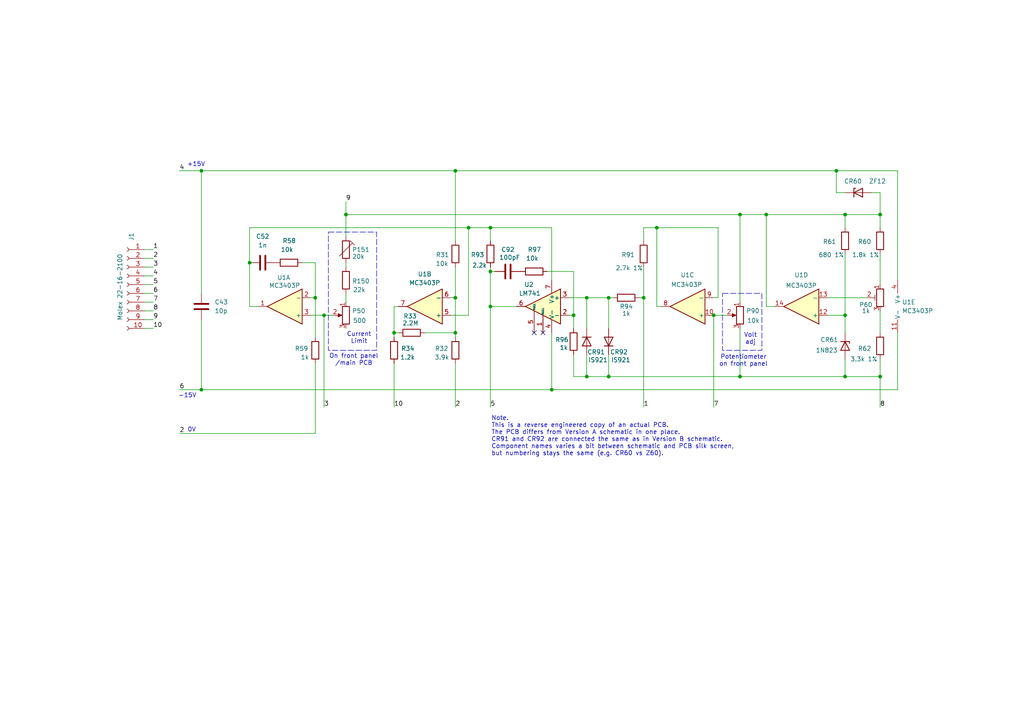
<source format=kicad_sch>
(kicad_sch (version 20231120) (generator "eeschema") (generator_version "8.0")
  (paper "A4")
  (title_block (title "Oltronix LABPAC B602D regulator PCB") (rev "0.1") (comment 1 "Oltronix LABPAC B602D regulator PCB"))
  (lib_symbols
    (symbol "Amplifier_Operational:LM741" (pin_names (offset 0.127))
      (property "Reference" "U" (at 0 6.35 0))
      (property "Value" "LM741" (at 0 3.81 0))
      (symbol "LM741_0_1"
        (polyline (pts (xy -5.08 5.08) (xy 5.08 0) (xy -5.08 -5.08) (xy -5.08 5.08)) (stroke (width 0.254)) (fill (type background)))
      )
      (symbol "LM741_1_1"
        (pin input line (at 0 -7.62 90) (length 5.08) (name "NULL") (number "1"))
        (pin input line (at -7.62 -2.54 0) (length 2.54) (name "-") (number "2"))
        (pin input line (at -7.62 2.54 0) (length 2.54) (name "+") (number "3"))
        (pin power_in line (at -2.54 -7.62 90) (length 3.81) (name "V-") (number "4"))
        (pin input line (at 2.54 -7.62 90) (length 6.35) (name "NULL") (number "5"))
        (pin output line (at 7.62 0 180) (length 2.54) (name "~") (number "6"))
        (pin power_in line (at -2.54 7.62 270) (length 3.81) (name "V+") (number "7"))
        (pin no_connect line (at 0 2.54 270) (length 2.54) hide (name "NC") (number "8"))
      )
    )
    (symbol "Amplifier_Operational:TL074" (pin_names (offset 0.127))
      (property "Reference" "U" (at 0 5.08 0))
      (property "Value" "TL074" (at 0 -5.08 0))
      (symbol "TL074_1_1"
        (polyline (pts (xy -5.08 5.08) (xy 5.08 0) (xy -5.08 -5.08) (xy -5.08 5.08)) (stroke (width 0.254)) (fill (type background)))
        (pin output line (at 7.62 0 180) (length 2.54) (name "~") (number "1"))
        (pin input line (at -7.62 -2.54 0) (length 2.54) (name "-") (number "2"))
        (pin input line (at -7.62 2.54 0) (length 2.54) (name "+") (number "3"))
      )
      (symbol "TL074_2_1"
        (polyline (pts (xy -5.08 5.08) (xy 5.08 0) (xy -5.08 -5.08) (xy -5.08 5.08)) (stroke (width 0.254)) (fill (type background)))
        (pin input line (at -7.62 2.54 0) (length 2.54) (name "+") (number "5"))
        (pin input line (at -7.62 -2.54 0) (length 2.54) (name "-") (number "6"))
        (pin output line (at 7.62 0 180) (length 2.54) (name "~") (number "7"))
      )
      (symbol "TL074_3_1"
        (polyline (pts (xy -5.08 5.08) (xy 5.08 0) (xy -5.08 -5.08) (xy -5.08 5.08)) (stroke (width 0.254)) (fill (type background)))
        (pin input line (at -7.62 2.54 0) (length 2.54) (name "+") (number "10"))
        (pin output line (at 7.62 0 180) (length 2.54) (name "~") (number "8"))
        (pin input line (at -7.62 -2.54 0) (length 2.54) (name "-") (number "9"))
      )
      (symbol "TL074_4_1"
        (polyline (pts (xy -5.08 5.08) (xy 5.08 0) (xy -5.08 -5.08) (xy -5.08 5.08)) (stroke (width 0.254)) (fill (type background)))
        (pin input line (at -7.62 2.54 0) (length 2.54) (name "+") (number "12"))
        (pin input line (at -7.62 -2.54 0) (length 2.54) (name "-") (number "13"))
        (pin output line (at 7.62 0 180) (length 2.54) (name "~") (number "14"))
      )
      (symbol "TL074_5_1"
        (pin power_in line (at -2.54 -7.62 90) (length 3.81) (name "V-") (number "11"))
        (pin power_in line (at -2.54 7.62 270) (length 3.81) (name "V+") (number "4"))
      )
    )
    (symbol "Connector:Conn_01x10_Socket" (pin_names (offset 1.016) hide)
      (property "Reference" "J" (at 0 12.7 0))
      (property "Value" "Conn_01x10_Socket" (at 0 -15.24 0))
      (symbol "Conn_01x10_Socket_1_1"
        (arc (start 0 -12.192) (mid -0.5058 -12.7) (end 0 -13.208) (stroke (width 0.1524)))
        (arc (start 0 -9.652) (mid -0.5058 -10.16) (end 0 -10.668) (stroke (width 0.1524)))
        (arc (start 0 -7.112) (mid -0.5058 -7.62) (end 0 -8.128) (stroke (width 0.1524)))
        (arc (start 0 -4.572) (mid -0.5058 -5.08) (end 0 -5.588) (stroke (width 0.1524)))
        (arc (start 0 -2.032) (mid -0.5058 -2.54) (end 0 -3.048) (stroke (width 0.1524)))
        (polyline (pts (xy -1.27 -12.7) (xy -0.508 -12.7)) (stroke (width 0.1524)))
        (polyline (pts (xy -1.27 -10.16) (xy -0.508 -10.16)) (stroke (width 0.1524)))
        (polyline (pts (xy -1.27 -7.62) (xy -0.508 -7.62)) (stroke (width 0.1524)))
        (polyline (pts (xy -1.27 -5.08) (xy -0.508 -5.08)) (stroke (width 0.1524)))
        (polyline (pts (xy -1.27 -2.54) (xy -0.508 -2.54)) (stroke (width 0.1524)))
        (polyline (pts (xy -1.27 0) (xy -0.508 0)) (stroke (width 0.1524)))
        (polyline (pts (xy -1.27 2.54) (xy -0.508 2.54)) (stroke (width 0.1524)))
        (polyline (pts (xy -1.27 5.08) (xy -0.508 5.08)) (stroke (width 0.1524)))
        (polyline (pts (xy -1.27 7.62) (xy -0.508 7.62)) (stroke (width 0.1524)))
        (polyline (pts (xy -1.27 10.16) (xy -0.508 10.16)) (stroke (width 0.1524)))
        (arc (start 0 0.508) (mid -0.5058 0) (end 0 -0.508) (stroke (width 0.1524)))
        (arc (start 0 3.048) (mid -0.5058 2.54) (end 0 2.032) (stroke (width 0.1524)))
        (arc (start 0 5.588) (mid -0.5058 5.08) (end 0 4.572) (stroke (width 0.1524)))
        (arc (start 0 8.128) (mid -0.5058 7.62) (end 0 7.112) (stroke (width 0.1524)))
        (arc (start 0 10.668) (mid -0.5058 10.16) (end 0 9.652) (stroke (width 0.1524)))
        (pin passive line (at -5.08 10.16 0) (length 3.81) (name "Pin_1") (number "1"))
        (pin passive line (at -5.08 -12.7 0) (length 3.81) (name "Pin_10") (number "10"))
        (pin passive line (at -5.08 7.62 0) (length 3.81) (name "Pin_2") (number "2"))
        (pin passive line (at -5.08 5.08 0) (length 3.81) (name "Pin_3") (number "3"))
        (pin passive line (at -5.08 2.54 0) (length 3.81) (name "Pin_4") (number "4"))
        (pin passive line (at -5.08 0 0) (length 3.81) (name "Pin_5") (number "5"))
        (pin passive line (at -5.08 -2.54 0) (length 3.81) (name "Pin_6") (number "6"))
        (pin passive line (at -5.08 -5.08 0) (length 3.81) (name "Pin_7") (number "7"))
        (pin passive line (at -5.08 -7.62 0) (length 3.81) (name "Pin_8") (number "8"))
        (pin passive line (at -5.08 -10.16 0) (length 3.81) (name "Pin_9") (number "9"))
      )
    )
    (symbol "Device:C" (pin_numbers hide) (pin_names (offset 0.254))
      (property "Reference" "C" (at 0.635 2.54 0))
      (property "Value" "C" (at 0.635 -2.54 0))
      (symbol "C_0_1"
        (polyline (pts (xy -2.032 -0.762) (xy 2.032 -0.762)) (stroke (width 0.508)))
        (polyline (pts (xy -2.032 0.762) (xy 2.032 0.762)) (stroke (width 0.508)))
      )
      (symbol "C_1_1"
        (pin passive line (at 0 3.81 270) (length 2.794) (name "~") (number "1"))
        (pin passive line (at 0 -3.81 90) (length 2.794) (name "~") (number "2"))
      )
    )
    (symbol "Device:D_Zener" (pin_numbers hide) (pin_names (offset 1.016) hide)
      (property "Reference" "D" (at 0 2.54 0))
      (property "Value" "D_Zener" (at 0 -2.54 0))
      (symbol "D_Zener_0_1"
        (polyline (pts (xy 1.27 0) (xy -1.27 0)))
        (polyline (pts (xy -1.27 -1.27) (xy -1.27 1.27) (xy -0.762 1.27)) (stroke (width 0.254)))
        (polyline (pts (xy 1.27 -1.27) (xy 1.27 1.27) (xy -1.27 0) (xy 1.27 -1.27)) (stroke (width 0.254)))
      )
      (symbol "D_Zener_1_1"
        (pin passive line (at -3.81 0 0) (length 2.54) (name "K") (number "1"))
        (pin passive line (at 3.81 0 180) (length 2.54) (name "A") (number "2"))
      )
    )
    (symbol "Device:R" (pin_numbers hide) (pin_names (offset 0))
      (property "Reference" "R" (at 2.032 0 90))
      (property "Value" "R" (at 0 0 90))
      (symbol "R_0_1"
        (rectangle (start -1.016 -2.54) (end 1.016 2.54) (stroke (width 0.254)))
      )
      (symbol "R_1_1"
        (pin passive line (at 0 3.81 270) (length 1.27) (name "~") (number "1"))
        (pin passive line (at 0 -3.81 90) (length 1.27) (name "~") (number "2"))
      )
    )
    (symbol "Device:R_Potentiometer" (pin_names (offset 1.016) hide)
      (property "Reference" "RV" (at -4.445 0 90))
      (property "Value" "R_Potentiometer" (at -2.54 0 90))
      (symbol "R_Potentiometer_0_1"
        (polyline (pts (xy 2.54 0) (xy 1.524 0)))
        (polyline (pts (xy 1.143 0) (xy 2.286 0.508) (xy 2.286 -0.508) (xy 1.143 0)) (fill (type outline)))
        (rectangle (start 1.016 2.54) (end -1.016 -2.54) (stroke (width 0.254)))
      )
      (symbol "R_Potentiometer_1_1"
        (pin passive line (at 0 3.81 270) (length 1.27) (name "1") (number "1"))
        (pin passive line (at 3.81 0 180) (length 1.27) (name "2") (number "2"))
        (pin passive line (at 0 -3.81 90) (length 1.27) (name "3") (number "3"))
      )
    )
    (symbol "Device:R_Potentiometer_Trim" (pin_names (offset 1.016) hide)
      (property "Reference" "RV" (at -4.445 0 90))
      (property "Value" "R_Potentiometer_Trim" (at -2.54 0 90))
      (symbol "R_Potentiometer_Trim_0_1"
        (polyline (pts (xy 1.524 0.762) (xy 1.524 -0.762)))
        (polyline (pts (xy 2.54 0) (xy 1.524 0)))
        (rectangle (start 1.016 2.54) (end -1.016 -2.54) (stroke (width 0.254)))
      )
      (symbol "R_Potentiometer_Trim_1_1"
        (pin passive line (at 0 3.81 270) (length 1.27) (name "1") (number "1"))
        (pin passive line (at 3.81 0 180) (length 1.27) (name "2") (number "2"))
        (pin passive line (at 0 -3.81 90) (length 1.27) (name "3") (number "3"))
      )
    )
    (symbol "Device:R_Trim" (pin_numbers hide) (pin_names (offset 0))
      (property "Reference" "R" (at 2.54 -2.54 90))
      (property "Value" "R_Trim" (at -2.54 -0.635 90))
      (symbol "R_Trim_0_1"
        (rectangle (start -1.016 -2.54) (end 1.016 2.54) (stroke (width 0.254)))
        (polyline (pts (xy -1.905 -1.905) (xy 1.905 1.905) (xy 2.54 1.27) (xy 1.27 2.54)))
      )
      (symbol "R_Trim_1_1"
        (pin passive line (at 0 3.81 270) (length 1.27) (name "~") (number "1"))
        (pin passive line (at 0 -3.81 90) (length 1.27) (name "~") (number "2"))
      )
    )
    (symbol "Diode:1N4148" (pin_numbers hide) (pin_names hide)
      (property "Reference" "D" (at 0 2.54 0))
      (property "Value" "1N4148" (at 0 -2.54 0))
      (symbol "1N4148_0_1"
        (polyline (pts (xy -1.27 1.27) (xy -1.27 -1.27)) (stroke (width 0.254)))
        (polyline (pts (xy 1.27 0) (xy -1.27 0)))
        (polyline (pts (xy 1.27 1.27) (xy 1.27 -1.27) (xy -1.27 0) (xy 1.27 1.27)) (stroke (width 0.254)))
      )
      (symbol "1N4148_1_1"
        (pin passive line (at -3.81 0 0) (length 2.54) (name "K") (number "1"))
        (pin passive line (at 3.81 0 180) (length 2.54) (name "A") (number "2"))
      )
    )
  )
  (junction (at 176.53 109.22))
  (junction (at 176.53 86.36))
  (junction (at 242.57 49.53))
  (junction (at 245.11 91.44))
  (junction (at 132.08 49.53))
  (junction (at 132.08 96.52))
  (junction (at 255.27 62.23))
  (junction (at 114.3 96.52))
  (junction (at 142.24 78.74))
  (junction (at 214.63 62.23))
  (junction (at 142.24 88.9))
  (junction (at 100.33 62.23))
  (junction (at 214.63 109.22))
  (junction (at 245.11 62.23))
  (junction (at 170.18 109.22))
  (junction (at 166.37 91.44))
  (junction (at 170.18 86.36))
  (junction (at 160.02 113.03))
  (junction (at 132.08 86.36))
  (junction (at 58.42 49.53))
  (junction (at 255.27 109.22))
  (junction (at 186.69 86.36))
  (junction (at 222.25 62.23))
  (junction (at 135.89 66.04))
  (junction (at 190.5 66.04))
  (junction (at 72.39 76.2))
  (junction (at 245.11 109.22))
  (junction (at 142.24 66.04))
  (junction (at 207.01 91.44))
  (junction (at 91.44 86.36))
  (junction (at 58.42 113.03))
  (junction (at 93.98 91.44))
  (no_connect (at 154.94 96.52))
  (no_connect (at 157.48 96.52))
  (wire (pts (xy 41.91 72.39) (xy 44.45 72.39)))
  (wire (pts (xy 132.08 86.36) (xy 130.81 86.36)))
  (wire (pts (xy 208.28 86.36) (xy 208.28 66.04)))
  (wire (pts (xy 87.63 76.2) (xy 91.44 76.2)))
  (wire (pts (xy 245.11 55.88) (xy 242.57 55.88)))
  (wire (pts (xy 58.42 92.71) (xy 58.42 113.03)))
  (wire (pts (xy 255.27 66.04) (xy 255.27 62.23)))
  (wire (pts (xy 100.33 62.23) (xy 100.33 68.58)))
  (wire (pts (xy 165.1 86.36) (xy 170.18 86.36)))
  (wire (pts (xy 255.27 104.14) (xy 255.27 109.22)))
  (wire (pts (xy 41.91 82.55) (xy 44.45 82.55)))
  (wire (pts (xy 132.08 96.52) (xy 132.08 97.79)))
  (wire (pts (xy 214.63 95.25) (xy 214.63 109.22)))
  (wire (pts (xy 214.63 62.23) (xy 222.25 62.23)))
  (wire (pts (xy 130.81 91.44) (xy 135.89 91.44)))
  (wire (pts (xy 176.53 86.36) (xy 177.8 86.36)))
  (wire (pts (xy 132.08 77.47) (xy 132.08 86.36)))
  (wire (pts (xy 41.91 85.09) (xy 44.45 85.09)))
  (wire (pts (xy 132.08 49.53) (xy 132.08 69.85)))
  (wire (pts (xy 166.37 78.74) (xy 166.37 91.44)))
  (wire (pts (xy 207.01 91.44) (xy 210.82 91.44)))
  (wire (pts (xy 52.07 125.73) (xy 91.44 125.73)))
  (wire (pts (xy 44.45 95.25) (xy 41.91 95.25)))
  (wire (pts (xy 214.63 87.63) (xy 214.63 62.23)))
  (wire (pts (xy 52.07 113.03) (xy 58.42 113.03)))
  (wire (pts (xy 242.57 49.53) (xy 132.08 49.53)))
  (wire (pts (xy 41.91 80.01) (xy 44.45 80.01)))
  (wire (pts (xy 115.57 96.52) (xy 114.3 96.52)))
  (wire (pts (xy 245.11 66.04) (xy 245.11 62.23)))
  (wire (pts (xy 166.37 109.22) (xy 170.18 109.22)))
  (wire (pts (xy 142.24 66.04) (xy 142.24 69.85)))
  (wire (pts (xy 114.3 97.79) (xy 114.3 96.52)))
  (wire (pts (xy 255.27 96.52) (xy 255.27 90.17)))
  (wire (pts (xy 142.24 77.47) (xy 142.24 78.74)))
  (wire (pts (xy 185.42 86.36) (xy 186.69 86.36)))
  (wire (pts (xy 255.27 109.22) (xy 255.27 118.11)))
  (wire (pts (xy 72.39 66.04) (xy 135.89 66.04)))
  (wire (pts (xy 170.18 86.36) (xy 176.53 86.36)))
  (wire (pts (xy 222.25 88.9) (xy 222.25 62.23)))
  (wire (pts (xy 91.44 105.41) (xy 91.44 125.73)))
  (wire (pts (xy 260.35 96.52) (xy 260.35 113.03)))
  (wire (pts (xy 245.11 96.52) (xy 245.11 91.44)))
  (wire (pts (xy 176.53 102.87) (xy 176.53 109.22)))
  (wire (pts (xy 132.08 86.36) (xy 132.08 96.52)))
  (wire (pts (xy 91.44 76.2) (xy 91.44 86.36)))
  (wire (pts (xy 240.03 86.36) (xy 251.46 86.36)))
  (wire (pts (xy 222.25 88.9) (xy 224.79 88.9)))
  (wire (pts (xy 91.44 97.79) (xy 91.44 86.36)))
  (wire (pts (xy 72.39 76.2) (xy 72.39 66.04)))
  (wire (pts (xy 142.24 88.9) (xy 142.24 118.11)))
  (wire (pts (xy 190.5 66.04) (xy 190.5 88.9)))
  (wire (pts (xy 186.69 86.36) (xy 186.69 118.11)))
  (wire (pts (xy 166.37 91.44) (xy 166.37 95.25)))
  (wire (pts (xy 142.24 66.04) (xy 160.02 66.04)))
  (wire (pts (xy 166.37 102.87) (xy 166.37 109.22)))
  (wire (pts (xy 245.11 109.22) (xy 255.27 109.22)))
  (wire (pts (xy 41.91 74.93) (xy 44.45 74.93)))
  (wire (pts (xy 245.11 91.44) (xy 240.03 91.44)))
  (wire (pts (xy 100.33 62.23) (xy 214.63 62.23)))
  (wire (pts (xy 132.08 49.53) (xy 58.42 49.53)))
  (wire (pts (xy 245.11 62.23) (xy 255.27 62.23)))
  (wire (pts (xy 100.33 76.2) (xy 100.33 77.47)))
  (wire (pts (xy 245.11 104.14) (xy 245.11 109.22)))
  (wire (pts (xy 255.27 73.66) (xy 255.27 82.55)))
  (wire (pts (xy 41.91 87.63) (xy 44.45 87.63)))
  (wire (pts (xy 114.3 96.52) (xy 114.3 88.9)))
  (wire (pts (xy 242.57 55.88) (xy 242.57 49.53)))
  (wire (pts (xy 207.01 91.44) (xy 207.01 118.11)))
  (wire (pts (xy 245.11 73.66) (xy 245.11 91.44)))
  (wire (pts (xy 100.33 85.09) (xy 100.33 87.63)))
  (wire (pts (xy 41.91 77.47) (xy 44.45 77.47)))
  (wire (pts (xy 100.33 58.42) (xy 100.33 62.23)))
  (wire (pts (xy 176.53 109.22) (xy 214.63 109.22)))
  (wire (pts (xy 41.91 90.17) (xy 44.45 90.17)))
  (wire (pts (xy 135.89 66.04) (xy 142.24 66.04)))
  (wire (pts (xy 207.01 86.36) (xy 208.28 86.36)))
  (wire (pts (xy 58.42 113.03) (xy 160.02 113.03)))
  (wire (pts (xy 166.37 78.74) (xy 158.75 78.74)))
  (wire (pts (xy 160.02 113.03) (xy 260.35 113.03)))
  (wire (pts (xy 160.02 66.04) (xy 160.02 81.28)))
  (wire (pts (xy 142.24 78.74) (xy 142.24 88.9)))
  (wire (pts (xy 91.44 86.36) (xy 90.17 86.36)))
  (wire (pts (xy 170.18 102.87) (xy 170.18 109.22)))
  (wire (pts (xy 170.18 109.22) (xy 176.53 109.22)))
  (wire (pts (xy 58.42 49.53) (xy 58.42 85.09)))
  (wire (pts (xy 72.39 88.9) (xy 72.39 76.2)))
  (wire (pts (xy 186.69 66.04) (xy 190.5 66.04)))
  (wire (pts (xy 74.93 88.9) (xy 72.39 88.9)))
  (wire (pts (xy 90.17 91.44) (xy 93.98 91.44)))
  (wire (pts (xy 114.3 88.9) (xy 115.57 88.9)))
  (wire (pts (xy 255.27 55.88) (xy 252.73 55.88)))
  (wire (pts (xy 93.98 91.44) (xy 96.52 91.44)))
  (wire (pts (xy 114.3 105.41) (xy 114.3 118.11)))
  (wire (pts (xy 52.07 49.53) (xy 58.42 49.53)))
  (wire (pts (xy 176.53 86.36) (xy 176.53 95.25)))
  (wire (pts (xy 214.63 109.22) (xy 245.11 109.22)))
  (wire (pts (xy 255.27 62.23) (xy 255.27 55.88)))
  (wire (pts (xy 165.1 91.44) (xy 166.37 91.44)))
  (wire (pts (xy 135.89 91.44) (xy 135.89 66.04)))
  (wire (pts (xy 142.24 78.74) (xy 143.51 78.74)))
  (wire (pts (xy 260.35 49.53) (xy 242.57 49.53)))
  (wire (pts (xy 260.35 81.28) (xy 260.35 49.53)))
  (wire (pts (xy 190.5 88.9) (xy 191.77 88.9)))
  (wire (pts (xy 222.25 62.23) (xy 245.11 62.23)))
  (wire (pts (xy 93.98 118.11) (xy 93.98 91.44)))
  (wire (pts (xy 186.69 77.47) (xy 186.69 86.36)))
  (wire (pts (xy 186.69 69.85) (xy 186.69 66.04)))
  (wire (pts (xy 160.02 96.52) (xy 160.02 113.03)))
  (wire (pts (xy 41.91 92.71) (xy 44.45 92.71)))
  (wire (pts (xy 142.24 88.9) (xy 149.86 88.9)))
  (wire (pts (xy 208.28 66.04) (xy 190.5 66.04)))
  (wire (pts (xy 170.18 86.36) (xy 170.18 95.25)))
  (wire (pts (xy 123.19 96.52) (xy 132.08 96.52)))
  (wire (pts (xy 132.08 105.41) (xy 132.08 118.11)))
  (rectangle (start 95.25 67.31) (end 109.22 101.6) (stroke (width 0) (type dash)))
  (rectangle (start 209.55 85.09) (end 220.98 101.6) (stroke (width 0) (type dash)))
  (text "Current\nLimit" (at 104.14 98.044 0) (effects (font (size 1.27 1.27))))
  (text "0V" (at 55.626 124.714 0) (effects (font (size 1.27 1.27))))
  (text "-15V" (at 54.356 114.808 0) (effects (font (size 1.27 1.27))))
  (text "Potentiometer\non front panel" (at 215.646 104.648 0) (effects (font (size 1.27 1.27))))
  (text "+15V" (at 56.896 47.752 0) (effects (font (size 1.27 1.27))))
  (text "Note. \nThis is a reverse engineered copy of an actual PCB.\nThe PCB differs from Version A schematic in one place.\nCR91 and CR92 are connected the same as in Version B schematic.\nComponent names varies a bit between schematic and PCB silk screen,\nbut numbering stays the same (e.g. CR60 vs Z60)." (at 142.494 126.492 0) (effects (font (size 1.27 1.27)) (justify left)))
  (text "On front panel\n/main PCB" (at 102.616 104.394 0) (effects (font (size 1.27 1.27))))
  (text "Volt\nadj" (at 217.678 98.298 0) (effects (font (size 1.27 1.27))))
  (label "7" (at 44.45 87.63 0))
  (label "5" (at 44.45 82.55 0))
  (label "6" (at 52.07 113.03 0))
  (label "10" (at 44.45 95.25 0))
  (label "4" (at 44.45 80.01 0))
  (label "3" (at 44.45 77.47 0))
  (label "2" (at 52.07 125.73 0))
  (label "9" (at 44.45 92.71 0))
  (label "7" (at 207.01 118.11 0))
  (label "4" (at 52.07 49.53 0))
  (label "2" (at 132.08 118.11 0))
  (label "6" (at 44.45 85.09 0))
  (label "2" (at 44.45 74.93 0))
  (label "1" (at 186.69 118.11 0))
  (label "1" (at 44.45 72.39 0))
  (label "9" (at 100.33 58.42 0))
  (label "5" (at 142.24 118.11 0))
  (label "10" (at 114.3 118.11 0))
  (label "3" (at 93.98 118.11 0))
  (label "8" (at 255.27 118.11 0))
  (label "8" (at 44.45 90.17 0))
  (symbol (lib_id "Device:R") (at 132.08 101.6 0) (mirror y) (unit 1)
    (property "Reference" "R32" (at 130.048 101.092 0) (effects (justify left)))
    (property "Value" "3.9k" (at 130.302 103.632 0) (effects (justify left)))
    (property "Footprint" "Resistor_THT:R_Axial_DIN0207_L6.3mm_D2.5mm_P10.16mm_Horizontal" (effects (hide yes)))
    (property "Description" "Resistor" (effects (hide yes)))
  )
  (symbol (lib_id "Device:R") (at 166.37 99.06 0) (mirror x) (unit 1)
    (property "Reference" "R96" (at 161.036 98.552 0) (effects (justify left)))
    (property "Value" "1k" (at 162.306 100.838 0) (effects (justify left)))
    (property "Footprint" "Resistor_THT:R_Axial_DIN0207_L6.3mm_D2.5mm_P7.62mm_Horizontal" (effects (hide yes)))
    (property "Description" "Resistor" (effects (hide yes)))
  )
  (symbol (lib_id "Amplifier_Operational:TL074") (at 262.89 88.9 0) (unit 5)
    (property "Reference" "U1" (at 261.62 87.6299 0) (effects (justify left)))
    (property "Value" "MC3403P" (at 261.62 90.1699 0) (effects (justify left)))
    (property "Footprint" "Package_DIP:DIP-14_W7.62mm_Socket" (effects (hide yes)))
    (property "Datasheet" "http://www.ti.com/lit/ds/symlink/tl071.pdf" (effects (hide yes)))
    (property "Description" "Quad Low-Noise JFET-Input Operational Amplifiers, DIP-14/SOIC-14" (effects (hide yes)))
  )
  (symbol (lib_id "Device:C") (at 76.2 76.2 90) (unit 1)
    (property "Reference" "C52" (at 76.2 68.58 90))
    (property "Value" "1n" (at 76.2 71.12 90))
    (property "Footprint" "Capacitor_THT:C_Disc_D7.0mm_W2.5mm_P5.00mm" (effects (hide yes)))
    (property "Description" "Unpolarized capacitor" (effects (hide yes)))
  )
  (symbol (lib_id "Device:D_Zener") (at 248.92 55.88 0) (unit 1)
    (property "Reference" "CR60" (at 247.396 52.578 0))
    (property "Value" "ZF12" (at 254.508 52.578 0))
    (property "Footprint" "Diode_THT:D_DO-35_SOD27_P12.70mm_Horizontal" (effects (hide yes)))
    (property "Description" "Zener diode" (effects (hide yes)))
  )
  (symbol (lib_id "Amplifier_Operational:TL074") (at 199.39 88.9 180) (unit 3)
    (property "Reference" "U1" (at 199.39 79.756 0))
    (property "Value" "MC3403P" (at 199.136 82.55 0))
    (property "Footprint" "Package_DIP:DIP-14_W7.62mm_Socket" (effects (hide yes)))
    (property "Datasheet" "http://www.ti.com/lit/ds/symlink/tl071.pdf" (effects (hide yes)))
    (property "Description" "Quad Low-Noise JFET-Input Operational Amplifiers, DIP-14/SOIC-14" (effects (hide yes)))
  )
  (symbol (lib_id "Device:C") (at 58.42 88.9 0) (unit 1)
    (property "Reference" "C43" (at 62.23 87.6299 0) (effects (justify left)))
    (property "Value" "10p" (at 62.23 90.1699 0) (effects (justify left)))
    (property "Footprint" "Capacitor_THT:C_Disc_D7.0mm_W2.5mm_P5.00mm" (effects (hide yes)))
    (property "Description" "Unpolarized capacitor" (effects (hide yes)))
  )
  (symbol (lib_id "Device:R") (at 132.08 73.66 0) (mirror y) (unit 1)
    (property "Reference" "R31" (at 130.302 73.914 0) (effects (justify left)))
    (property "Value" "10k" (at 130.048 76.454 0) (effects (justify left)))
    (property "Footprint" "Resistor_THT:R_Axial_DIN0207_L6.3mm_D2.5mm_P10.16mm_Horizontal" (effects (hide yes)))
    (property "Description" "Resistor" (effects (hide yes)))
  )
  (symbol (lib_id "Device:R") (at 114.3 101.6 0) (unit 1)
    (property "Reference" "R34" (at 116.332 101.092 0) (effects (justify left)))
    (property "Value" "1.2k" (at 116.078 103.632 0) (effects (justify left)))
    (property "Footprint" "Resistor_THT:R_Axial_DIN0207_L6.3mm_D2.5mm_P10.16mm_Horizontal" (effects (hide yes)))
    (property "Description" "Resistor" (effects (hide yes)))
  )
  (symbol (lib_id "Device:D_Zener") (at 245.11 100.33 270) (unit 1)
    (property "Reference" "CR61" (at 240.538 98.552 90))
    (property "Value" "1N823" (at 239.776 101.6 90))
    (property "Footprint" "Diode_THT:D_DO-35_SOD27_P10.16mm_Horizontal" (effects (hide yes)))
    (property "Description" "Zener diode" (effects (hide yes)))
  )
  (symbol (lib_id "Device:R") (at 181.61 86.36 90) (mirror x) (unit 1)
    (property "Reference" "R94" (at 183.642 88.9 90) (effects (justify left)))
    (property "Value" "1k" (at 182.88 90.932 90) (effects (justify left)))
    (property "Footprint" "Resistor_THT:R_Axial_DIN0207_L6.3mm_D2.5mm_P10.16mm_Horizontal" (effects (hide yes)))
    (property "Description" "Resistor" (effects (hide yes)))
  )
  (symbol (lib_id "Device:R_Potentiometer_Trim") (at 255.27 86.36 0) (mirror y) (unit 1)
    (property "Reference" "P60" (at 249.174 88.392 0) (effects (justify right)))
    (property "Value" "1k" (at 249.936 90.17 0) (effects (justify right)))
    (property "Footprint" "Potentiometer_THT:Potentiometer_Bourns_3296P_Horizontal" (effects (hide yes)))
    (property "Description" "Trim-potentiometer" (effects (hide yes)))
  )
  (symbol (lib_id "Device:R_Potentiometer") (at 100.33 91.44 0) (mirror y) (unit 1) (on_board no)
    (property "Reference" "P50" (at 102.108 90.17 0) (effects (justify right)))
    (property "Value" "500" (at 102.362 92.964 0) (effects (justify right)))
    (property "Description" "Potentiometer" (effects (hide yes)))
  )
  (symbol (lib_id "Amplifier_Operational:TL074") (at 123.19 88.9 180) (unit 2)
    (property "Reference" "U1" (at 123.19 79.502 0))
    (property "Value" "MC3403P" (at 123.19 82.042 0))
    (property "Footprint" "Package_DIP:DIP-14_W7.62mm_Socket" (effects (hide yes)))
    (property "Datasheet" "http://www.ti.com/lit/ds/symlink/tl071.pdf" (effects (hide yes)))
    (property "Description" "Quad Low-Noise JFET-Input Operational Amplifiers, DIP-14/SOIC-14" (effects (hide yes)))
  )
  (symbol (lib_id "Device:R") (at 255.27 69.85 0) (mirror y) (unit 1)
    (property "Reference" "R60" (at 252.73 70.104 0) (effects (justify left)))
    (property "Value" "1.8k 1%" (at 255.016 73.914 0) (effects (justify left)))
    (property "Footprint" "Resistor_THT:R_Axial_DIN0207_L6.3mm_D2.5mm_P10.16mm_Horizontal" (effects (hide yes)))
    (property "Description" "Resistor" (effects (hide yes)))
  )
  (symbol (lib_id "Device:R") (at 245.11 69.85 0) (mirror y) (unit 1)
    (property "Reference" "R61" (at 242.57 70.104 0) (effects (justify left)))
    (property "Value" "680 1%" (at 244.856 73.914 0) (effects (justify left)))
    (property "Footprint" "Resistor_THT:R_Axial_DIN0207_L6.3mm_D2.5mm_P10.16mm_Horizontal" (effects (hide yes)))
    (property "Description" "Resistor" (effects (hide yes)))
  )
  (symbol (lib_id "Device:R") (at 186.69 73.66 0) (mirror y) (unit 1)
    (property "Reference" "R91" (at 184.15 73.914 0) (effects (justify left)))
    (property "Value" "2.7k 1%" (at 186.436 77.724 0) (effects (justify left)))
    (property "Footprint" "Resistor_THT:R_Axial_DIN0207_L6.3mm_D2.5mm_P10.16mm_Horizontal" (effects (hide yes)))
    (property "Description" "Resistor" (effects (hide yes)))
  )
  (symbol (lib_id "Device:R") (at 154.94 78.74 90) (unit 1)
    (property "Reference" "R97" (at 156.972 72.39 90) (effects (justify left)))
    (property "Value" "10k" (at 156.21 74.93 90) (effects (justify left)))
    (property "Footprint" "Resistor_THT:R_Axial_DIN0207_L6.3mm_D2.5mm_P10.16mm_Horizontal" (effects (hide yes)))
    (property "Description" "Resistor" (effects (hide yes)))
  )
  (symbol (lib_id "Device:R_Potentiometer") (at 214.63 91.44 0) (mirror y) (unit 1) (on_board no)
    (property "Reference" "P90" (at 216.408 90.17 0) (effects (justify right)))
    (property "Value" "10k" (at 216.662 92.964 0) (effects (justify right)))
    (property "Description" "Potentiometer" (effects (hide yes)))
  )
  (symbol (lib_id "Device:C") (at 147.32 78.74 90) (unit 1)
    (property "Reference" "C92" (at 147.32 72.39 90))
    (property "Value" "100pF" (at 147.828 74.676 90))
    (property "Footprint" "Capacitor_THT:C_Disc_D7.0mm_W2.5mm_P5.00mm" (effects (hide yes)))
    (property "Description" "Unpolarized capacitor" (effects (hide yes)))
  )
  (symbol (lib_id "Connector:Conn_01x10_Socket") (at 36.83 82.55 0) (mirror y) (unit 1)
    (property "Reference" "J1" (at 38.1 69.85 90) (effects (justify left)))
    (property "Value" "Molex 22-16-2100" (at 34.798 92.964 90) (effects (justify left)))
    (property "Footprint" "johanh-footprints:Molex_22-16-2100" (effects (hide yes)))
    (property "Description" "Generic connector, single row, 01x10, script generated" (effects (hide yes)))
  )
  (symbol (lib_id "Device:R") (at 255.27 100.33 0) (mirror y) (unit 1)
    (property "Reference" "R62" (at 252.73 101.092 0) (effects (justify left)))
    (property "Value" "3.3k 1%" (at 254.508 104.14 0) (effects (justify left)))
    (property "Footprint" "Resistor_THT:R_Axial_DIN0207_L6.3mm_D2.5mm_P10.16mm_Horizontal" (effects (hide yes)))
    (property "Description" "Resistor" (effects (hide yes)))
  )
  (symbol (lib_id "Device:R") (at 142.24 73.66 0) (mirror y) (unit 1)
    (property "Reference" "R93" (at 140.462 73.914 0) (effects (justify left)))
    (property "Value" "2.2k" (at 141.224 76.962 0) (effects (justify left)))
    (property "Footprint" "Resistor_THT:R_Axial_DIN0207_L6.3mm_D2.5mm_P10.16mm_Horizontal" (effects (hide yes)))
    (property "Description" "Resistor" (effects (hide yes)))
  )
  (symbol (lib_id "Diode:1N4148") (at 176.53 99.06 270) (mirror x) (unit 1)
    (property "Reference" "CR92" (at 182.118 102.108 90) (effects (justify right)))
    (property "Value" "IS921" (at 182.88 104.394 90) (effects (justify right)))
    (property "Footprint" "Diode_THT:D_DO-35_SOD27_P7.62mm_Horizontal" (effects (hide yes)))
    (property "Datasheet" "https://assets.nexperia.com/documents/data-sheet/1N4148_1N4448.pdf" (effects (hide yes)))
    (property "Description" "100V 0.15A standard switching diode, DO-35" (effects (hide yes)))
    (property "Sim.Device" "D" (effects (hide yes)))
    (property "Sim.Pins" "1=K 2=A" (effects (hide yes)))
  )
  (symbol (lib_id "Device:R") (at 91.44 101.6 0) (mirror y) (unit 1)
    (property "Reference" "R59" (at 89.408 101.092 0) (effects (justify left)))
    (property "Value" "1k" (at 89.662 103.632 0) (effects (justify left)))
    (property "Footprint" "Resistor_THT:R_Axial_DIN0207_L6.3mm_D2.5mm_P10.16mm_Horizontal" (effects (hide yes)))
    (property "Description" "Resistor" (effects (hide yes)))
  )
  (symbol (lib_id "Device:R") (at 100.33 81.28 0) (unit 1) (on_board no)
    (property "Reference" "R150" (at 102.108 81.534 0) (effects (justify left)))
    (property "Value" "22k" (at 102.362 84.074 0) (effects (justify left)))
    (property "Description" "Resistor" (effects (hide yes)))
  )
  (symbol (lib_id "Device:R") (at 119.38 96.52 90) (unit 1)
    (property "Reference" "R33" (at 120.904 91.694 90) (effects (justify left)))
    (property "Value" "2.2M" (at 121.412 93.726 90) (effects (justify left)))
    (property "Footprint" "Resistor_THT:R_Axial_DIN0207_L6.3mm_D2.5mm_P10.16mm_Horizontal" (effects (hide yes)))
    (property "Description" "Resistor" (effects (hide yes)))
  )
  (symbol (lib_id "Diode:1N4148") (at 170.18 99.06 90) (mirror x) (unit 1)
    (property "Reference" "CR91" (at 175.514 102.108 90) (effects (justify left)))
    (property "Value" "IS921" (at 176.276 104.394 90) (effects (justify left)))
    (property "Footprint" "Diode_THT:D_DO-35_SOD27_P7.62mm_Horizontal" (effects (hide yes)))
    (property "Datasheet" "https://assets.nexperia.com/documents/data-sheet/1N4148_1N4448.pdf" (effects (hide yes)))
    (property "Description" "100V 0.15A standard switching diode, DO-35" (effects (hide yes)))
    (property "Sim.Device" "D" (effects (hide yes)))
    (property "Sim.Pins" "1=K 2=A" (effects (hide yes)))
  )
  (symbol (lib_id "Amplifier_Operational:TL074") (at 232.41 88.9 180) (unit 4)
    (property "Reference" "U1" (at 232.41 79.756 0))
    (property "Value" "MC3403P" (at 232.41 82.804 0))
    (property "Footprint" "Package_DIP:DIP-14_W7.62mm_Socket" (effects (hide yes)))
    (property "Datasheet" "http://www.ti.com/lit/ds/symlink/tl071.pdf" (effects (hide yes)))
    (property "Description" "Quad Low-Noise JFET-Input Operational Amplifiers, DIP-14/SOIC-14" (effects (hide yes)))
  )
  (symbol (lib_id "Device:R") (at 83.82 76.2 90) (unit 1)
    (property "Reference" "R58" (at 85.852 69.85 90) (effects (justify left)))
    (property "Value" "10k" (at 85.09 72.39 90) (effects (justify left)))
    (property "Footprint" "Resistor_THT:R_Axial_DIN0207_L6.3mm_D2.5mm_P10.16mm_Horizontal" (effects (hide yes)))
    (property "Description" "Resistor" (effects (hide yes)))
  )
  (symbol (lib_id "Amplifier_Operational:TL074") (at 82.55 88.9 180) (unit 1)
    (property "Reference" "U1" (at 82.296 80.518 0))
    (property "Value" "MC3403P" (at 82.55 82.804 0))
    (property "Footprint" "Package_DIP:DIP-14_W7.62mm_Socket" (effects (hide yes)))
    (property "Datasheet" "http://www.ti.com/lit/ds/symlink/tl071.pdf" (effects (hide yes)))
    (property "Description" "Quad Low-Noise JFET-Input Operational Amplifiers, DIP-14/SOIC-14" (effects (hide yes)))
  )
  (symbol (lib_id "Device:R_Trim") (at 100.33 72.39 0) (unit 1) (on_board no)
    (property "Reference" "P151" (at 102.108 72.39 0) (effects (justify left)))
    (property "Value" "20k" (at 102.108 74.422 0) (effects (justify left)))
    (property "Description" "Trimmable resistor (preset resistor)" (effects (hide yes)))
  )
  (symbol (lib_id "Amplifier_Operational:LM741") (at 157.48 88.9 0) (mirror y) (unit 1)
    (property "Reference" "U2" (at 153.416 82.55 0))
    (property "Value" "LM741" (at 153.67 85.09 0))
    (property "Footprint" "Package_DIP:DIP-8_W7.62mm_Socket" (effects (hide yes)))
    (property "Datasheet" "http://www.ti.com/lit/ds/symlink/lm741.pdf" (effects (hide yes)))
    (property "Description" "Operational Amplifier, DIP-8/TO-99-8" (effects (hide yes)))
  )
)
</source>
